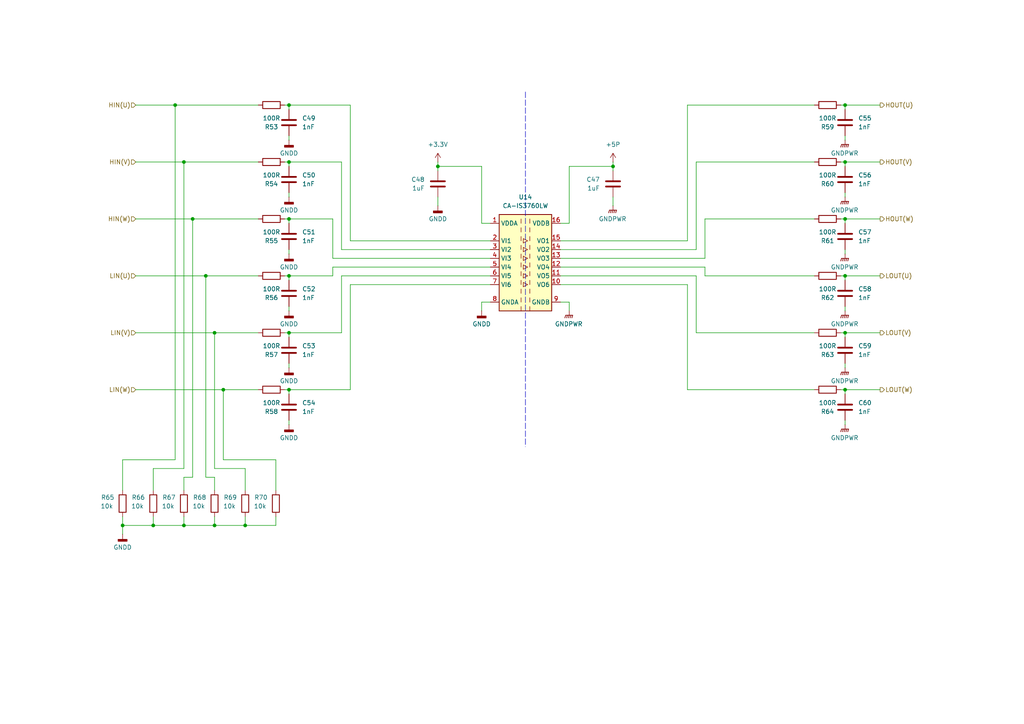
<source format=kicad_sch>
(kicad_sch (version 20231120) (generator "eeschema") (generator_version "8.0")
  (paper "A4")
  (lib_symbols
    (symbol "Device:C" (pin_numbers hide) (pin_names (offset 0.254))
      (property "Reference" "C" (at 0.635 2.54 0))
      (property "Value" "C" (at 0.635 -2.54 0))
      (symbol "C_0_1"
        (polyline (pts (xy -2.032 -0.762) (xy 2.032 -0.762)) (stroke (width 0.508)))
        (polyline (pts (xy -2.032 0.762) (xy 2.032 0.762)) (stroke (width 0.508)))
      )
      (symbol "C_1_1"
        (pin passive line (at 0 3.81 270) (length 2.794) (name "~") (number "1"))
        (pin passive line (at 0 -3.81 90) (length 2.794) (name "~") (number "2"))
      )
    )
    (symbol "Device:R" (pin_numbers hide) (pin_names (offset 0))
      (property "Reference" "R" (at 2.032 0 90))
      (property "Value" "R" (at 0 0 90))
      (symbol "R_0_1"
        (rectangle (start -1.016 -2.54) (end 1.016 2.54) (stroke (width 0.254)))
      )
      (symbol "R_1_1"
        (pin passive line (at 0 3.81 270) (length 1.27) (name "~") (number "1"))
        (pin passive line (at 0 -3.81 90) (length 1.27) (name "~") (number "2"))
      )
    )
    (symbol "main:CA-IS3760LW"
      (property "Reference" "U" (at 0 16.51 0))
      (property "Value" "CA-IS3760LW" (at 0 13.97 0))
      (symbol "CA-IS3760LW_0_1"
        (rectangle (start -7.62 12.7) (end 7.62 -15.24) (stroke (width 0.254)) (fill (type background)))
        (polyline (pts (xy -1.27 -11.43) (xy -1.27 -12.7)))
        (polyline (pts (xy -1.27 -8.89) (xy -1.27 -10.16)))
        (polyline (pts (xy -1.27 -6.35) (xy -1.27 -7.62)))
        (polyline (pts (xy -1.27 -3.81) (xy -1.27 -5.08)))
        (polyline (pts (xy -1.27 -1.27) (xy -1.27 -2.54)))
        (polyline (pts (xy -1.27 1.27) (xy -1.27 0)))
        (polyline (pts (xy -1.27 3.81) (xy -1.27 2.54)))
        (polyline (pts (xy -1.27 6.35) (xy -1.27 5.08)))
        (polyline (pts (xy -1.27 8.89) (xy -1.27 7.62)))
        (polyline (pts (xy -1.27 11.43) (xy -1.27 10.16)))
        (polyline (pts (xy 1.27 -11.43) (xy 1.27 -12.7)))
        (polyline (pts (xy 1.27 -8.89) (xy 1.27 -10.16)))
        (polyline (pts (xy 1.27 -6.35) (xy 1.27 -7.62)))
        (polyline (pts (xy 1.27 -3.81) (xy 1.27 -5.08)))
        (polyline (pts (xy 1.27 -1.27) (xy 1.27 -2.54)))
        (polyline (pts (xy 1.27 1.27) (xy 1.27 0)))
        (polyline (pts (xy 1.27 3.81) (xy 1.27 2.54)))
        (polyline (pts (xy 1.27 6.35) (xy 1.27 5.08)))
        (polyline (pts (xy 1.27 8.89) (xy 1.27 7.62)))
        (polyline (pts (xy 1.27 11.43) (xy 1.27 10.16)))
        (polyline (pts (xy -0.635 0.635) (xy -0.635 -0.635) (xy 0.635 0) (xy -0.635 0.635)))
        (polyline (pts (xy -0.635 3.175) (xy -0.635 1.905) (xy 0.635 2.54) (xy -0.635 3.175)))
        (polyline (pts (xy 0.635 -5.08) (xy -0.635 -4.445) (xy -0.635 -5.715) (xy 0.635 -5.08)))
        (polyline (pts (xy 0.635 -2.54) (xy -0.635 -1.905) (xy -0.635 -3.175) (xy 0.635 -2.54)))
      )
      (symbol "CA-IS3760LW_1_1"
        (polyline (pts (xy -1.27 -13.97) (xy -1.27 -15.24)))
        (polyline (pts (xy 1.27 -13.97) (xy 1.27 -15.24)))
        (polyline (pts (xy -0.635 5.715) (xy -0.635 4.445) (xy 0.635 5.08) (xy -0.635 5.715)))
        (polyline (pts (xy 0.635 -7.62) (xy -0.635 -6.985) (xy -0.635 -8.255) (xy 0.635 -7.62)))
        (pin power_in line (at -10.16 10.16 0) (length 2.54) (name "VDDA") (number "1"))
        (pin output line (at 10.16 -7.62 180) (length 2.54) (name "VO6") (number "10"))
        (pin output line (at 10.16 -5.08 180) (length 2.54) (name "VO5") (number "11"))
        (pin output line (at 10.16 -2.54 180) (length 2.54) (name "VO4") (number "12"))
        (pin output line (at 10.16 0 180) (length 2.54) (name "VO3") (number "13"))
        (pin output line (at 10.16 2.54 180) (length 2.54) (name "VO2") (number "14"))
        (pin output line (at 10.16 5.08 180) (length 2.54) (name "VO1") (number "15"))
        (pin power_in line (at 10.16 10.16 180) (length 2.54) (name "VDDB") (number "16"))
        (pin input line (at -10.16 5.08 0) (length 2.54) (name "VI1") (number "2"))
        (pin input line (at -10.16 2.54 0) (length 2.54) (name "VI2") (number "3"))
        (pin input line (at -10.16 0 0) (length 2.54) (name "VI3") (number "4"))
        (pin input line (at -10.16 -2.54 0) (length 2.54) (name "VI4") (number "5"))
        (pin input line (at -10.16 -5.08 0) (length 2.54) (name "VI5") (number "6"))
        (pin input line (at -10.16 -7.62 0) (length 2.54) (name "VI6") (number "7"))
        (pin power_in line (at -10.16 -12.7 0) (length 2.54) (name "GNDA") (number "8"))
        (pin power_in line (at 10.16 -12.7 180) (length 2.54) (name "GNDB") (number "9"))
      )
    )
    (symbol "power:+3.3V" (power) (pin_numbers hide) (pin_names (offset 0) hide)
      (property "Value" "+3.3V" (at 0 3.556 0))
      (symbol "+3.3V_0_1"
        (polyline (pts (xy -0.762 1.27) (xy 0 2.54)))
        (polyline (pts (xy 0 0) (xy 0 2.54)))
        (polyline (pts (xy 0 2.54) (xy 0.762 1.27)))
      )
      (symbol "+3.3V_1_1"
        (pin power_in line (at 0 0 90) (length 0) (name "~") (number "1"))
      )
    )
    (symbol "power:+5P" (power) (pin_numbers hide) (pin_names (offset 0) hide)
      (property "Value" "+5P" (at 0 3.556 0))
      (symbol "+5P_0_1"
        (polyline (pts (xy -0.762 1.27) (xy 0 2.54)))
        (polyline (pts (xy 0 0) (xy 0 2.54)))
        (polyline (pts (xy 0 2.54) (xy 0.762 1.27)))
      )
      (symbol "+5P_1_1"
        (pin power_in line (at 0 0 90) (length 0) (name "~") (number "1"))
      )
    )
    (symbol "power:GNDD" (power) (pin_numbers hide) (pin_names (offset 0) hide)
      (property "Value" "GNDD" (at 0 -3.175 0))
      (symbol "GNDD_0_1"
        (rectangle (start -1.27 -1.524) (end 1.27 -2.032) (stroke (width 0.254)) (fill (type outline)))
        (polyline (pts (xy 0 0) (xy 0 -1.524)))
      )
      (symbol "GNDD_1_1"
        (pin power_in line (at 0 0 270) (length 0) (name "~") (number "1"))
      )
    )
    (symbol "power:GNDPWR" (power) (pin_numbers hide) (pin_names (offset 0) hide)
      (property "Value" "GNDPWR" (at 0 -3.302 0))
      (symbol "GNDPWR_0_1"
        (polyline (pts (xy 0 -1.27) (xy 0 0)))
        (polyline (pts (xy -1.016 -1.27) (xy -1.27 -2.032) (xy -1.27 -2.032)) (stroke (width 0.2032)))
        (polyline (pts (xy -0.508 -1.27) (xy -0.762 -2.032) (xy -0.762 -2.032)) (stroke (width 0.2032)))
        (polyline (pts (xy 0 -1.27) (xy -0.254 -2.032) (xy -0.254 -2.032)) (stroke (width 0.2032)))
        (polyline (pts (xy 0.508 -1.27) (xy 0.254 -2.032) (xy 0.254 -2.032)) (stroke (width 0.2032)))
        (polyline (pts (xy 1.016 -1.27) (xy -1.016 -1.27) (xy -1.016 -1.27)) (stroke (width 0.2032)))
        (polyline (pts (xy 1.016 -1.27) (xy 0.762 -2.032) (xy 0.762 -2.032) (xy 0.762 -2.032)) (stroke (width 0.2032)))
      )
      (symbol "GNDPWR_1_1"
        (pin power_in line (at 0 0 270) (length 0) (name "~") (number "1"))
      )
    )
  )
  (junction (at 245.11 30.48))
  (junction (at 62.23 152.4))
  (junction (at 245.11 113.03))
  (junction (at 44.45 152.4))
  (junction (at 64.77 113.03))
  (junction (at 245.11 96.52))
  (junction (at 83.82 46.99))
  (junction (at 83.82 113.03))
  (junction (at 35.56 152.4))
  (junction (at 62.23 96.52))
  (junction (at 245.11 63.5))
  (junction (at 55.88 63.5))
  (junction (at 71.12 152.4))
  (junction (at 245.11 46.99))
  (junction (at 83.82 96.52))
  (junction (at 53.34 152.4))
  (junction (at 59.69 80.01))
  (junction (at 127 48.26))
  (junction (at 53.34 46.99))
  (junction (at 83.82 63.5))
  (junction (at 83.82 80.01))
  (junction (at 50.8 30.48))
  (junction (at 83.82 30.48))
  (junction (at 177.8 48.26))
  (junction (at 245.11 80.01))
  (wire (pts (xy 83.82 72.39) (xy 83.82 73.66)))
  (wire (pts (xy 82.55 63.5) (xy 83.82 63.5)))
  (wire (pts (xy 62.23 142.24) (xy 62.23 138.43)))
  (wire (pts (xy 96.52 74.93) (xy 96.52 63.5)))
  (wire (pts (xy 245.11 96.52) (xy 245.11 97.79)))
  (wire (pts (xy 201.93 72.39) (xy 162.56 72.39)))
  (wire (pts (xy 83.82 88.9) (xy 83.82 90.17)))
  (wire (pts (xy 83.82 46.99) (xy 83.82 48.26)))
  (wire (pts (xy 243.84 30.48) (xy 245.11 30.48)))
  (wire (pts (xy 245.11 30.48) (xy 245.11 31.75)))
  (wire (pts (xy 64.77 133.35) (xy 64.77 113.03)))
  (wire (pts (xy 53.34 138.43) (xy 55.88 138.43)))
  (wire (pts (xy 245.11 30.48) (xy 255.27 30.48)))
  (wire (pts (xy 162.56 74.93) (xy 204.47 74.93)))
  (wire (pts (xy 55.88 63.5) (xy 74.93 63.5)))
  (wire (pts (xy 96.52 80.01) (xy 83.82 80.01)))
  (wire (pts (xy 83.82 96.52) (xy 99.06 96.52)))
  (wire (pts (xy 62.23 149.86) (xy 62.23 152.4)))
  (wire (pts (xy 243.84 80.01) (xy 245.11 80.01)))
  (wire (pts (xy 165.1 48.26) (xy 177.8 48.26)))
  (wire (pts (xy 71.12 152.4) (xy 80.01 152.4)))
  (wire (pts (xy 201.93 46.99) (xy 201.93 72.39)))
  (wire (pts (xy 245.11 80.01) (xy 255.27 80.01)))
  (wire (pts (xy 35.56 149.86) (xy 35.56 152.4)))
  (wire (pts (xy 139.7 48.26) (xy 139.7 64.77)))
  (wire (pts (xy 245.11 46.99) (xy 255.27 46.99)))
  (wire (pts (xy 62.23 96.52) (xy 74.93 96.52)))
  (polyline (pts (xy 152.4 26.67) (xy 152.4 129.54)) (stroke (width 0) (type dash)))
  (wire (pts (xy 44.45 142.24) (xy 44.45 135.89)))
  (wire (pts (xy 199.39 113.03) (xy 199.39 82.55)))
  (wire (pts (xy 99.06 72.39) (xy 142.24 72.39)))
  (wire (pts (xy 83.82 30.48) (xy 101.6 30.48)))
  (wire (pts (xy 177.8 46.99) (xy 177.8 48.26)))
  (wire (pts (xy 62.23 152.4) (xy 71.12 152.4)))
  (wire (pts (xy 162.56 87.63) (xy 165.1 87.63)))
  (wire (pts (xy 39.37 46.99) (xy 53.34 46.99)))
  (wire (pts (xy 127 46.99) (xy 127 48.26)))
  (wire (pts (xy 142.24 74.93) (xy 96.52 74.93)))
  (wire (pts (xy 44.45 149.86) (xy 44.45 152.4)))
  (wire (pts (xy 236.22 30.48) (xy 199.39 30.48)))
  (wire (pts (xy 80.01 149.86) (xy 80.01 152.4)))
  (wire (pts (xy 62.23 152.4) (xy 53.34 152.4)))
  (wire (pts (xy 204.47 77.47) (xy 162.56 77.47)))
  (wire (pts (xy 55.88 138.43) (xy 55.88 63.5)))
  (wire (pts (xy 83.82 113.03) (xy 83.82 114.3)))
  (wire (pts (xy 101.6 30.48) (xy 101.6 69.85)))
  (wire (pts (xy 82.55 46.99) (xy 83.82 46.99)))
  (wire (pts (xy 199.39 82.55) (xy 162.56 82.55)))
  (wire (pts (xy 50.8 133.35) (xy 50.8 30.48)))
  (wire (pts (xy 83.82 55.88) (xy 83.82 57.15)))
  (wire (pts (xy 59.69 80.01) (xy 59.69 138.43)))
  (wire (pts (xy 236.22 80.01) (xy 204.47 80.01)))
  (wire (pts (xy 236.22 96.52) (xy 201.93 96.52)))
  (wire (pts (xy 245.11 105.41) (xy 245.11 106.68)))
  (wire (pts (xy 245.11 63.5) (xy 245.11 64.77)))
  (wire (pts (xy 50.8 30.48) (xy 74.93 30.48)))
  (wire (pts (xy 44.45 135.89) (xy 53.34 135.89)))
  (wire (pts (xy 245.11 113.03) (xy 255.27 113.03)))
  (wire (pts (xy 127 48.26) (xy 139.7 48.26)))
  (wire (pts (xy 62.23 138.43) (xy 59.69 138.43)))
  (wire (pts (xy 39.37 63.5) (xy 55.88 63.5)))
  (wire (pts (xy 101.6 113.03) (xy 101.6 82.55)))
  (wire (pts (xy 245.11 72.39) (xy 245.11 73.66)))
  (wire (pts (xy 243.84 46.99) (xy 245.11 46.99)))
  (wire (pts (xy 199.39 30.48) (xy 199.39 69.85)))
  (wire (pts (xy 44.45 152.4) (xy 53.34 152.4)))
  (wire (pts (xy 82.55 113.03) (xy 83.82 113.03)))
  (wire (pts (xy 39.37 96.52) (xy 62.23 96.52)))
  (wire (pts (xy 142.24 77.47) (xy 96.52 77.47)))
  (wire (pts (xy 35.56 142.24) (xy 35.56 133.35)))
  (wire (pts (xy 83.82 105.41) (xy 83.82 106.68)))
  (wire (pts (xy 165.1 64.77) (xy 165.1 48.26)))
  (wire (pts (xy 243.84 96.52) (xy 245.11 96.52)))
  (wire (pts (xy 96.52 77.47) (xy 96.52 80.01)))
  (wire (pts (xy 99.06 80.01) (xy 142.24 80.01)))
  (wire (pts (xy 83.82 39.37) (xy 83.82 40.64)))
  (wire (pts (xy 82.55 30.48) (xy 83.82 30.48)))
  (wire (pts (xy 139.7 87.63) (xy 142.24 87.63)))
  (wire (pts (xy 139.7 90.17) (xy 139.7 87.63)))
  (wire (pts (xy 165.1 87.63) (xy 165.1 90.17)))
  (wire (pts (xy 162.56 64.77) (xy 165.1 64.77)))
  (wire (pts (xy 245.11 55.88) (xy 245.11 57.15)))
  (wire (pts (xy 127 48.26) (xy 127 49.53)))
  (wire (pts (xy 99.06 80.01) (xy 99.06 96.52)))
  (wire (pts (xy 82.55 80.01) (xy 83.82 80.01)))
  (wire (pts (xy 39.37 113.03) (xy 64.77 113.03)))
  (wire (pts (xy 236.22 63.5) (xy 204.47 63.5)))
  (wire (pts (xy 83.82 80.01) (xy 83.82 81.28)))
  (wire (pts (xy 39.37 80.01) (xy 59.69 80.01)))
  (wire (pts (xy 62.23 135.89) (xy 62.23 96.52)))
  (wire (pts (xy 243.84 63.5) (xy 245.11 63.5)))
  (wire (pts (xy 245.11 80.01) (xy 245.11 81.28)))
  (wire (pts (xy 101.6 69.85) (xy 142.24 69.85)))
  (wire (pts (xy 245.11 121.92) (xy 245.11 123.19)))
  (wire (pts (xy 83.82 46.99) (xy 99.06 46.99)))
  (wire (pts (xy 53.34 149.86) (xy 53.34 152.4)))
  (wire (pts (xy 245.11 46.99) (xy 245.11 48.26)))
  (wire (pts (xy 39.37 30.48) (xy 50.8 30.48)))
  (wire (pts (xy 53.34 135.89) (xy 53.34 46.99)))
  (wire (pts (xy 71.12 149.86) (xy 71.12 152.4)))
  (wire (pts (xy 71.12 135.89) (xy 62.23 135.89)))
  (wire (pts (xy 245.11 63.5) (xy 255.27 63.5)))
  (wire (pts (xy 204.47 80.01) (xy 204.47 77.47)))
  (wire (pts (xy 142.24 64.77) (xy 139.7 64.77)))
  (wire (pts (xy 201.93 96.52) (xy 201.93 80.01)))
  (wire (pts (xy 177.8 57.15) (xy 177.8 59.69)))
  (wire (pts (xy 236.22 113.03) (xy 199.39 113.03)))
  (wire (pts (xy 83.82 63.5) (xy 83.82 64.77)))
  (wire (pts (xy 59.69 80.01) (xy 74.93 80.01)))
  (wire (pts (xy 35.56 133.35) (xy 50.8 133.35)))
  (wire (pts (xy 35.56 152.4) (xy 35.56 154.94)))
  (wire (pts (xy 177.8 48.26) (xy 177.8 49.53)))
  (wire (pts (xy 83.82 121.92) (xy 83.82 123.19)))
  (wire (pts (xy 101.6 82.55) (xy 142.24 82.55)))
  (wire (pts (xy 99.06 46.99) (xy 99.06 72.39)))
  (wire (pts (xy 245.11 113.03) (xy 245.11 114.3)))
  (wire (pts (xy 199.39 69.85) (xy 162.56 69.85)))
  (wire (pts (xy 53.34 46.99) (xy 74.93 46.99)))
  (wire (pts (xy 80.01 133.35) (xy 64.77 133.35)))
  (wire (pts (xy 35.56 152.4) (xy 44.45 152.4)))
  (wire (pts (xy 236.22 46.99) (xy 201.93 46.99)))
  (wire (pts (xy 245.11 88.9) (xy 245.11 90.17)))
  (wire (pts (xy 83.82 113.03) (xy 101.6 113.03)))
  (wire (pts (xy 82.55 96.52) (xy 83.82 96.52)))
  (wire (pts (xy 71.12 142.24) (xy 71.12 135.89)))
  (wire (pts (xy 201.93 80.01) (xy 162.56 80.01)))
  (wire (pts (xy 80.01 142.24) (xy 80.01 133.35)))
  (wire (pts (xy 83.82 96.52) (xy 83.82 97.79)))
  (wire (pts (xy 53.34 142.24) (xy 53.34 138.43)))
  (wire (pts (xy 83.82 30.48) (xy 83.82 31.75)))
  (wire (pts (xy 83.82 63.5) (xy 96.52 63.5)))
  (wire (pts (xy 245.11 96.52) (xy 255.27 96.52)))
  (wire (pts (xy 127 57.15) (xy 127 59.69)))
  (wire (pts (xy 204.47 63.5) (xy 204.47 74.93)))
  (wire (pts (xy 64.77 113.03) (xy 74.93 113.03)))
  (wire (pts (xy 243.84 113.03) (xy 245.11 113.03)))
  (wire (pts (xy 245.11 39.37) (xy 245.11 40.64)))
  (hierarchical_label "HIN(U)" (shape input) (at 39.37 30.48 180))
  (hierarchical_label "LIN(V)" (shape input) (at 39.37 96.52 180))
  (hierarchical_label "HIN(W)" (shape input) (at 39.37 63.5 180))
  (hierarchical_label "LIN(U)" (shape input) (at 39.37 80.01 180))
  (hierarchical_label "HOUT(W)" (shape output) (at 255.27 63.5 0))
  (hierarchical_label "HIN(V)" (shape input) (at 39.37 46.99 180))
  (hierarchical_label "LOUT(U)" (shape output) (at 255.27 80.01 0))
  (hierarchical_label "HOUT(V)" (shape output) (at 255.27 46.99 0))
  (hierarchical_label "HOUT(U)" (shape output) (at 255.27 30.48 0))
  (hierarchical_label "LIN(W)" (shape input) (at 39.37 113.03 180))
  (hierarchical_label "LOUT(V)" (shape output) (at 255.27 96.52 0))
  (hierarchical_label "LOUT(W)" (shape output) (at 255.27 113.03 0))
  (symbol (lib_id "power:GNDPWR") (at 245.11 90.17 0) (unit 1)
    (property "Reference" "#PWR57" (effects (hide yes)))
    (property "Value" "GNDPWR" (at 244.983 93.98 0))
    (property "Description" "Power symbol creates a global label with name \"GNDPWR\" , global ground" (effects (hide yes)))
  )
  (symbol (lib_id "power:GNDD") (at 83.82 123.19 0) (unit 1)
    (property "Reference" "#PWR53" (effects (hide yes)))
    (property "Value" "GNDD" (at 83.82 127 0))
    (property "Description" "Power symbol creates a global label with name \"GNDD\" , digital ground" (effects (hide yes)))
  )
  (symbol (lib_id "power:GNDPWR") (at 245.11 106.68 0) (unit 1)
    (property "Reference" "#PWR58" (effects (hide yes)))
    (property "Value" "GNDPWR" (at 244.983 110.49 0))
    (property "Description" "Power symbol creates a global label with name \"GNDPWR\" , global ground" (effects (hide yes)))
  )
  (symbol (lib_id "Device:R") (at 78.74 30.48 270) (mirror x) (unit 1)
    (property "Reference" "R53" (at 78.74 36.83 90))
    (property "Value" "100R" (at 78.74 34.29 90))
    (property "Footprint" "Resistor_SMD:R_0805_2012Metric" (effects (hide yes)))
    (property "Description" "Resistor" (effects (hide yes)))
  )
  (symbol (lib_id "Device:R") (at 44.45 146.05 0) (mirror y) (unit 1)
    (property "Reference" "R66" (at 40.132 144.272 0))
    (property "Value" "10k" (at 39.878 146.812 0))
    (property "Footprint" "Resistor_SMD:R_0805_2012Metric" (effects (hide yes)))
    (property "Description" "Resistor" (effects (hide yes)))
  )
  (symbol (lib_id "power:GNDPWR") (at 165.1 90.17 0) (unit 1)
    (property "Reference" "#PWR46" (effects (hide yes)))
    (property "Value" "GNDPWR" (at 164.973 93.98 0))
    (property "Description" "Power symbol creates a global label with name \"GNDPWR\" , global ground" (effects (hide yes)))
  )
  (symbol (lib_id "power:GNDD") (at 83.82 90.17 0) (unit 1)
    (property "Reference" "#PWR51" (effects (hide yes)))
    (property "Value" "GNDD" (at 83.82 93.98 0))
    (property "Description" "Power symbol creates a global label with name \"GNDD\" , digital ground" (effects (hide yes)))
  )
  (symbol (lib_id "Device:C") (at 245.11 85.09 180) (unit 1)
    (property "Reference" "C58" (at 248.92 83.8199 0) (effects (justify right)))
    (property "Value" "1nF" (at 248.92 86.3599 0) (effects (justify right)))
    (property "Footprint" "Capacitor_SMD:C_0805_2012Metric" (effects (hide yes)))
    (property "Description" "Unpolarized capacitor" (effects (hide yes)))
  )
  (symbol (lib_id "Device:C") (at 245.11 52.07 180) (unit 1)
    (property "Reference" "C56" (at 248.92 50.7999 0) (effects (justify right)))
    (property "Value" "1nF" (at 248.92 53.3399 0) (effects (justify right)))
    (property "Footprint" "Capacitor_SMD:C_0805_2012Metric" (effects (hide yes)))
    (property "Description" "Unpolarized capacitor" (effects (hide yes)))
  )
  (symbol (lib_id "power:GNDD") (at 35.56 154.94 0) (unit 1)
    (property "Reference" "#PWR60" (effects (hide yes)))
    (property "Value" "GNDD" (at 35.56 158.75 0))
    (property "Description" "Power symbol creates a global label with name \"GNDD\" , digital ground" (effects (hide yes)))
  )
  (symbol (lib_id "power:GNDD") (at 83.82 106.68 0) (unit 1)
    (property "Reference" "#PWR52" (effects (hide yes)))
    (property "Value" "GNDD" (at 83.82 110.49 0))
    (property "Description" "Power symbol creates a global label with name \"GNDD\" , digital ground" (effects (hide yes)))
  )
  (symbol (lib_id "power:GNDPWR") (at 245.11 57.15 0) (unit 1)
    (property "Reference" "#PWR55" (effects (hide yes)))
    (property "Value" "GNDPWR" (at 244.983 60.96 0))
    (property "Description" "Power symbol creates a global label with name \"GNDPWR\" , global ground" (effects (hide yes)))
  )
  (symbol (lib_id "Device:C") (at 127 53.34 0) (mirror y) (unit 1)
    (property "Reference" "C48" (at 123.19 52.0699 0) (effects (justify left)))
    (property "Value" "1uF" (at 123.19 54.6099 0) (effects (justify left)))
    (property "Footprint" "Capacitor_SMD:C_0805_2012Metric" (effects (hide yes)))
    (property "Description" "Unpolarized capacitor" (effects (hide yes)))
  )
  (symbol (lib_id "Device:R") (at 80.01 146.05 0) (mirror y) (unit 1)
    (property "Reference" "R70" (at 75.692 144.272 0))
    (property "Value" "10k" (at 75.438 146.812 0))
    (property "Footprint" "Resistor_SMD:R_0805_2012Metric" (effects (hide yes)))
    (property "Description" "Resistor" (effects (hide yes)))
  )
  (symbol (lib_id "Device:R") (at 62.23 146.05 0) (mirror y) (unit 1)
    (property "Reference" "R68" (at 57.912 144.272 0))
    (property "Value" "10k" (at 57.658 146.812 0))
    (property "Footprint" "Resistor_SMD:R_0805_2012Metric" (effects (hide yes)))
    (property "Description" "Resistor" (effects (hide yes)))
  )
  (symbol (lib_id "Device:R") (at 240.03 113.03 270) (mirror x) (unit 1)
    (property "Reference" "R64" (at 240.03 119.38 90))
    (property "Value" "100R" (at 240.03 116.84 90))
    (property "Footprint" "Resistor_SMD:R_0805_2012Metric" (effects (hide yes)))
    (property "Description" "Resistor" (effects (hide yes)))
  )
  (symbol (lib_id "Device:R") (at 78.74 96.52 270) (mirror x) (unit 1)
    (property "Reference" "R57" (at 78.74 102.87 90))
    (property "Value" "100R" (at 78.74 100.33 90))
    (property "Footprint" "Resistor_SMD:R_0805_2012Metric" (effects (hide yes)))
    (property "Description" "Resistor" (effects (hide yes)))
  )
  (symbol (lib_id "Device:C") (at 83.82 118.11 180) (unit 1)
    (property "Reference" "C54" (at 87.63 116.8399 0) (effects (justify right)))
    (property "Value" "1nF" (at 87.63 119.3799 0) (effects (justify right)))
    (property "Footprint" "Capacitor_SMD:C_0805_2012Metric" (effects (hide yes)))
    (property "Description" "Unpolarized capacitor" (effects (hide yes)))
  )
  (symbol (lib_id "Device:C") (at 83.82 85.09 180) (unit 1)
    (property "Reference" "C52" (at 87.63 83.8199 0) (effects (justify right)))
    (property "Value" "1nF" (at 87.63 86.3599 0) (effects (justify right)))
    (property "Footprint" "Capacitor_SMD:C_0805_2012Metric" (effects (hide yes)))
    (property "Description" "Unpolarized capacitor" (effects (hide yes)))
  )
  (symbol (lib_id "power:+5P") (at 177.8 46.99 0) (unit 1)
    (property "Reference" "#PWR45" (effects (hide yes)))
    (property "Value" "+5P" (at 177.8 41.91 0))
    (property "Description" "Power symbol creates a global label with name \"+5P\"" (effects (hide yes)))
  )
  (symbol (lib_id "power:GNDD") (at 83.82 40.64 0) (unit 1)
    (property "Reference" "#PWR48" (effects (hide yes)))
    (property "Value" "GNDD" (at 83.82 44.45 0))
    (property "Description" "Power symbol creates a global label with name \"GNDD\" , digital ground" (effects (hide yes)))
  )
  (symbol (lib_id "Device:R") (at 240.03 96.52 270) (mirror x) (unit 1)
    (property "Reference" "R63" (at 240.03 102.87 90))
    (property "Value" "100R" (at 240.03 100.33 90))
    (property "Footprint" "Resistor_SMD:R_0805_2012Metric" (effects (hide yes)))
    (property "Description" "Resistor" (effects (hide yes)))
  )
  (symbol (lib_id "power:+3.3V") (at 127 46.99 0) (unit 1)
    (property "Reference" "#PWR42" (effects (hide yes)))
    (property "Value" "+3.3V" (at 127 41.91 0))
    (property "Description" "Power symbol creates a global label with name \"+3.3V\"" (effects (hide yes)))
  )
  (symbol (lib_id "Device:C") (at 83.82 101.6 180) (unit 1)
    (property "Reference" "C53" (at 87.63 100.3299 0) (effects (justify right)))
    (property "Value" "1nF" (at 87.63 102.8699 0) (effects (justify right)))
    (property "Footprint" "Capacitor_SMD:C_0805_2012Metric" (effects (hide yes)))
    (property "Description" "Unpolarized capacitor" (effects (hide yes)))
  )
  (symbol (lib_id "power:GNDD") (at 83.82 57.15 0) (unit 1)
    (property "Reference" "#PWR49" (effects (hide yes)))
    (property "Value" "GNDD" (at 83.82 60.96 0))
    (property "Description" "Power symbol creates a global label with name \"GNDD\" , digital ground" (effects (hide yes)))
  )
  (symbol (lib_id "Device:R") (at 240.03 80.01 270) (mirror x) (unit 1)
    (property "Reference" "R62" (at 240.03 86.36 90))
    (property "Value" "100R" (at 240.03 83.82 90))
    (property "Footprint" "Resistor_SMD:R_0805_2012Metric" (effects (hide yes)))
    (property "Description" "Resistor" (effects (hide yes)))
  )
  (symbol (lib_id "Device:C") (at 245.11 68.58 180) (unit 1)
    (property "Reference" "C57" (at 248.92 67.3099 0) (effects (justify right)))
    (property "Value" "1nF" (at 248.92 69.8499 0) (effects (justify right)))
    (property "Footprint" "Capacitor_SMD:C_0805_2012Metric" (effects (hide yes)))
    (property "Description" "Unpolarized capacitor" (effects (hide yes)))
  )
  (symbol (lib_id "Device:R") (at 240.03 30.48 270) (mirror x) (unit 1)
    (property "Reference" "R59" (at 240.03 36.83 90))
    (property "Value" "100R" (at 240.03 34.29 90))
    (property "Footprint" "Resistor_SMD:R_0805_2012Metric" (effects (hide yes)))
    (property "Description" "Resistor" (effects (hide yes)))
  )
  (symbol (lib_id "Device:R") (at 53.34 146.05 0) (mirror y) (unit 1)
    (property "Reference" "R67" (at 49.022 144.272 0))
    (property "Value" "10k" (at 48.768 146.812 0))
    (property "Footprint" "Resistor_SMD:R_0805_2012Metric" (effects (hide yes)))
    (property "Description" "Resistor" (effects (hide yes)))
  )
  (symbol (lib_id "Device:C") (at 177.8 53.34 0) (mirror y) (unit 1)
    (property "Reference" "C47" (at 173.99 52.0699 0) (effects (justify left)))
    (property "Value" "1uF" (at 173.99 54.6099 0) (effects (justify left)))
    (property "Footprint" "Capacitor_SMD:C_0805_2012Metric" (effects (hide yes)))
    (property "Description" "Unpolarized capacitor" (effects (hide yes)))
  )
  (symbol (lib_id "power:GNDD") (at 127 59.69 0) (unit 1)
    (property "Reference" "#PWR43" (effects (hide yes)))
    (property "Value" "GNDD" (at 127 63.5 0))
    (property "Description" "Power symbol creates a global label with name \"GNDD\" , digital ground" (effects (hide yes)))
  )
  (symbol (lib_id "Device:R") (at 35.56 146.05 0) (mirror y) (unit 1)
    (property "Reference" "R65" (at 31.242 144.272 0))
    (property "Value" "10k" (at 30.988 146.812 0))
    (property "Footprint" "Resistor_SMD:R_0805_2012Metric" (effects (hide yes)))
    (property "Description" "Resistor" (effects (hide yes)))
  )
  (symbol (lib_id "Device:C") (at 83.82 52.07 180) (unit 1)
    (property "Reference" "C50" (at 87.63 50.7999 0) (effects (justify right)))
    (property "Value" "1nF" (at 87.63 53.3399 0) (effects (justify right)))
    (property "Footprint" "Capacitor_SMD:C_0805_2012Metric" (effects (hide yes)))
    (property "Description" "Unpolarized capacitor" (effects (hide yes)))
  )
  (symbol (lib_id "Device:R") (at 71.12 146.05 0) (mirror y) (unit 1)
    (property "Reference" "R69" (at 66.802 144.272 0))
    (property "Value" "10k" (at 66.548 146.812 0))
    (property "Footprint" "Resistor_SMD:R_0805_2012Metric" (effects (hide yes)))
    (property "Description" "Resistor" (effects (hide yes)))
  )
  (symbol (lib_id "main:CA-IS3760LW") (at 152.4 74.93 0) (unit 1)
    (property "Reference" "U14" (at 152.4 57.15 0))
    (property "Value" "CA-IS3760LW" (at 152.4 59.69 0))
    (property "Footprint" "Package_SO:SOIC-16W-12_7.5x10.3mm_P1.27mm" (effects (hide yes)))
    (property "Datasheet" "https://cdn.promelec.ru/upload/items/2024/05/17/ca-is376x_.pdf" (effects (hide yes)))
    (property "Description" "High-performance Six-Channel Digital Isolator, 150Mbps, 2.5-5.5V, 5kV isolation, Fail-Safe Low, SOIC-16W" (effects (hide yes)))
  )
  (symbol (lib_id "Device:C") (at 83.82 35.56 180) (unit 1)
    (property "Reference" "C49" (at 87.63 34.2899 0) (effects (justify right)))
    (property "Value" "1nF" (at 87.63 36.8299 0) (effects (justify right)))
    (property "Footprint" "Capacitor_SMD:C_0805_2012Metric" (effects (hide yes)))
    (property "Description" "Unpolarized capacitor" (effects (hide yes)))
  )
  (symbol (lib_id "power:GNDPWR") (at 245.11 123.19 0) (unit 1)
    (property "Reference" "#PWR59" (effects (hide yes)))
    (property "Value" "GNDPWR" (at 244.983 127 0))
    (property "Description" "Power symbol creates a global label with name \"GNDPWR\" , global ground" (effects (hide yes)))
  )
  (symbol (lib_id "Device:R") (at 240.03 46.99 270) (mirror x) (unit 1)
    (property "Reference" "R60" (at 240.03 53.34 90))
    (property "Value" "100R" (at 240.03 50.8 90))
    (property "Footprint" "Resistor_SMD:R_0805_2012Metric" (effects (hide yes)))
    (property "Description" "Resistor" (effects (hide yes)))
  )
  (symbol (lib_id "power:GNDPWR") (at 245.11 40.64 0) (unit 1)
    (property "Reference" "#PWR54" (effects (hide yes)))
    (property "Value" "GNDPWR" (at 244.983 44.45 0))
    (property "Description" "Power symbol creates a global label with name \"GNDPWR\" , global ground" (effects (hide yes)))
  )
  (symbol (lib_id "Device:R") (at 78.74 63.5 270) (mirror x) (unit 1)
    (property "Reference" "R55" (at 78.74 69.85 90))
    (property "Value" "100R" (at 78.74 67.31 90))
    (property "Footprint" "Resistor_SMD:R_0805_2012Metric" (effects (hide yes)))
    (property "Description" "Resistor" (effects (hide yes)))
  )
  (symbol (lib_id "Device:R") (at 78.74 80.01 270) (mirror x) (unit 1)
    (property "Reference" "R56" (at 78.74 86.36 90))
    (property "Value" "100R" (at 78.74 83.82 90))
    (property "Footprint" "Resistor_SMD:R_0805_2012Metric" (effects (hide yes)))
    (property "Description" "Resistor" (effects (hide yes)))
  )
  (symbol (lib_id "Device:C") (at 245.11 118.11 180) (unit 1)
    (property "Reference" "C60" (at 248.92 116.8399 0) (effects (justify right)))
    (property "Value" "1nF" (at 248.92 119.3799 0) (effects (justify right)))
    (property "Footprint" "Capacitor_SMD:C_0805_2012Metric" (effects (hide yes)))
    (property "Description" "Unpolarized capacitor" (effects (hide yes)))
  )
  (symbol (lib_id "power:GNDPWR") (at 177.8 59.69 0) (unit 1)
    (property "Reference" "#PWR44" (effects (hide yes)))
    (property "Value" "GNDPWR" (at 177.673 63.5 0))
    (property "Description" "Power symbol creates a global label with name \"GNDPWR\" , global ground" (effects (hide yes)))
  )
  (symbol (lib_id "power:GNDD") (at 83.82 73.66 0) (unit 1)
    (property "Reference" "#PWR50" (effects (hide yes)))
    (property "Value" "GNDD" (at 83.82 77.47 0))
    (property "Description" "Power symbol creates a global label with name \"GNDD\" , digital ground" (effects (hide yes)))
  )
  (symbol (lib_id "Device:R") (at 240.03 63.5 270) (mirror x) (unit 1)
    (property "Reference" "R61" (at 240.03 69.85 90))
    (property "Value" "100R" (at 240.03 67.31 90))
    (property "Footprint" "Resistor_SMD:R_0805_2012Metric" (effects (hide yes)))
    (property "Description" "Resistor" (effects (hide yes)))
  )
  (symbol (lib_id "Device:C") (at 245.11 35.56 180) (unit 1)
    (property "Reference" "C55" (at 248.92 34.2899 0) (effects (justify right)))
    (property "Value" "1nF" (at 248.92 36.8299 0) (effects (justify right)))
    (property "Footprint" "Capacitor_SMD:C_0805_2012Metric" (effects (hide yes)))
    (property "Description" "Unpolarized capacitor" (effects (hide yes)))
  )
  (symbol (lib_id "power:GNDD") (at 139.7 90.17 0) (unit 1)
    (property "Reference" "#PWR47" (effects (hide yes)))
    (property "Value" "GNDD" (at 139.7 93.98 0))
    (property "Description" "Power symbol creates a global label with name \"GNDD\" , digital ground" (effects (hide yes)))
  )
  (symbol (lib_id "power:GNDPWR") (at 245.11 73.66 0) (unit 1)
    (property "Reference" "#PWR56" (effects (hide yes)))
    (property "Value" "GNDPWR" (at 244.983 77.47 0))
    (property "Description" "Power symbol creates a global label with name \"GNDPWR\" , global ground" (effects (hide yes)))
  )
  (symbol (lib_id "Device:R") (at 78.74 46.99 270) (mirror x) (unit 1)
    (property "Reference" "R54" (at 78.74 53.34 90))
    (property "Value" "100R" (at 78.74 50.8 90))
    (property "Footprint" "Resistor_SMD:R_0805_2012Metric" (effects (hide yes)))
    (property "Description" "Resistor" (effects (hide yes)))
  )
  (symbol (lib_id "Device:C") (at 245.11 101.6 180) (unit 1)
    (property "Reference" "C59" (at 248.92 100.3299 0) (effects (justify right)))
    (property "Value" "1nF" (at 248.92 102.8699 0) (effects (justify right)))
    (property "Footprint" "Capacitor_SMD:C_0805_2012Metric" (effects (hide yes)))
    (property "Description" "Unpolarized capacitor" (effects (hide yes)))
  )
  (symbol (lib_id "Device:R") (at 78.74 113.03 270) (mirror x) (unit 1)
    (property "Reference" "R58" (at 78.74 119.38 90))
    (property "Value" "100R" (at 78.74 116.84 90))
    (property "Footprint" "Resistor_SMD:R_0805_2012Metric" (effects (hide yes)))
    (property "Description" "Resistor" (effects (hide yes)))
  )
  (symbol (lib_id "Device:C") (at 83.82 68.58 180) (unit 1)
    (property "Reference" "C51" (at 87.63 67.3099 0) (effects (justify right)))
    (property "Value" "1nF" (at 87.63 69.8499 0) (effects (justify right)))
    (property "Footprint" "Capacitor_SMD:C_0805_2012Metric" (effects (hide yes)))
    (property "Description" "Unpolarized capacitor" (effects (hide yes)))
  )
)
</source>
